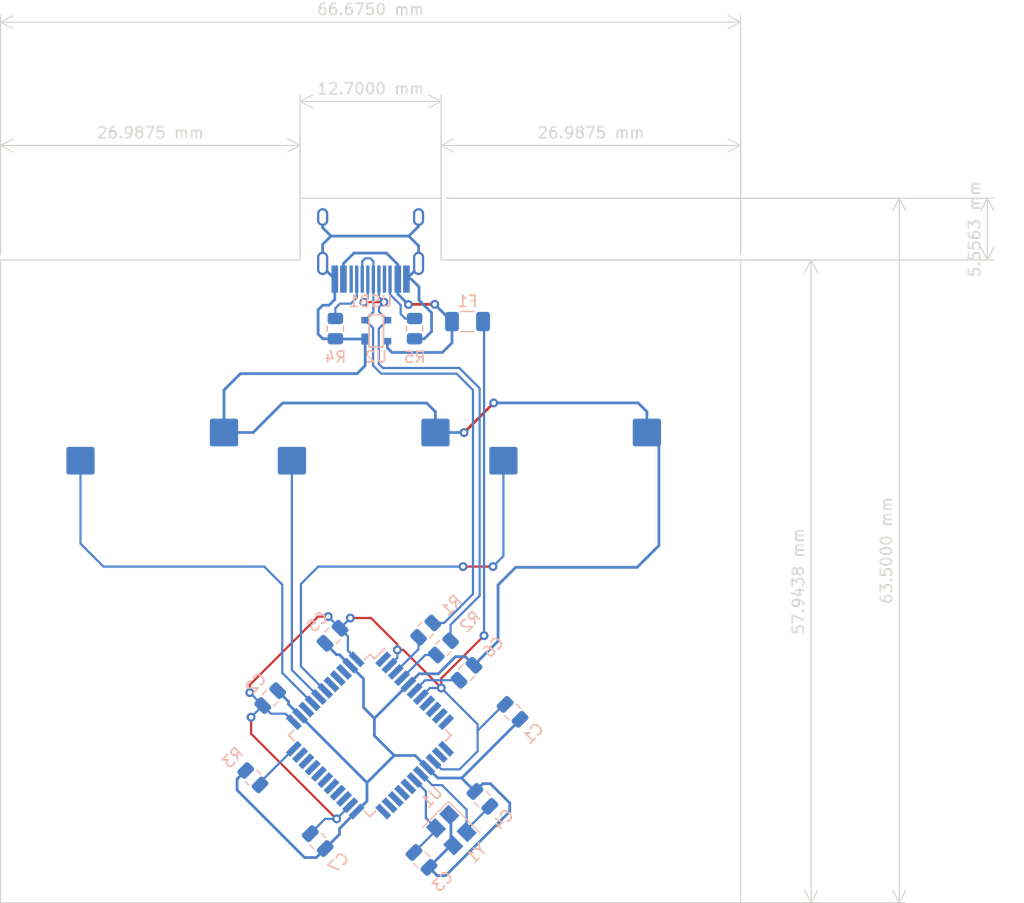
<source format=kicad_pcb>
(kicad_pcb (version 20211014) (generator pcbnew)
  (layers (0 "F.Cu" signal) (31 "B.Cu" signal) (34 "B.Paste" user) (35 "F.Paste" user) (36 "B.SilkS" user "B.Silkscreen") (37 "F.SilkS" user "F.Silkscreen") (38 "B.Mask" user) (39 "F.Mask" user) (44 "Edge.Cuts" user))
  (net 0 "")
  (net 1 "GND")
  (net 2 "+5V")
  (net 3 "Net-(C6-Pad2)")
  (net 5 "VCC")
  (net 6 "COL0")
  (net 7 "COL1")
  (net 8 "COL2")
  (net 9 "D-")
  (net 10 "Net-(R1-Pad2)")
  (net 16 "Net-(R2-Pad1)")
  (net 17 "D+")
  (net 18 "Net-(R3-Pad1)")
  (net 19 "Net-(R5-Pad2)")
  (net 25 "Net-(R4-Pad2)")
  (net 35 "Net-(C3-Pad2)")
  (net 36 "Net-(C4-Pad2)")
  (footprint "MX_Hotswap:MX-Hotswap-1U" (layer "F.Cu") (at 134.9375 80.16875)
    (fp_text reference "SW2")
    (fp_text value "SW_Push")
    (pad "" np_thru_hole circle (at 2.54 -5.08) (size 3 3) (drill 3) (layers F&B.Cu *.Mask))
    (pad "" np_thru_hole circle (at -3.81 -2.54) (size 3 3) (drill 3) (layers F&B.Cu *.Mask))
    (pad "" np_thru_hole circle (at 0 0) (size 3.9878 3.9878) (drill 3.9878) (layers F&B.Cu *.Mask))
    (pad "" np_thru_hole circle (at 5.08 0 48.099) (size 1.7018 1.7018) (drill 1.7018) (layers F&B.Cu *.Mask))
    (pad "" np_thru_hole circle (at -5.08 0 48.099) (size 1.7018 1.7018) (drill 1.7018) (layers F&B.Cu *.Mask))
    (pad "1" smd roundrect (at -7.085 -2.54) (size 2.55 2.5) (layers "B.Cu" "B.Paste" "B.Mask") (roundrect_rratio 0.08) (net 7 "COL1"))
    (pad "2" smd roundrect (at 5.842 -5.08) (size 2.55 2.5) (layers "B.Cu" "B.Paste" "B.Mask") (roundrect_rratio 0.08) (net 1 "GND"))
  )
  (footprint "MX_Hotswap:MX-Hotswap-1U" (layer "F.Cu") (at 115.8875 80.16875)
    (fp_text reference "SW1")
    (fp_text value "SW_Push")
    (pad "" np_thru_hole circle (at -3.81 -2.54) (size 3 3) (drill 3) (layers F&B.Cu *.Mask))
    (pad "" np_thru_hole circle (at 2.54 -5.08) (size 3 3) (drill 3) (layers F&B.Cu *.Mask))
    (pad "" np_thru_hole circle (at 0 0) (size 3.9878 3.9878) (drill 3.9878) (layers F&B.Cu *.Mask))
    (pad "" np_thru_hole circle (at 5.08 0 48.099) (size 1.7018 1.7018) (drill 1.7018) (layers F&B.Cu *.Mask))
    (pad "" np_thru_hole circle (at -5.08 0 48.099) (size 1.7018 1.7018) (drill 1.7018) (layers F&B.Cu *.Mask))
    (pad "1" smd roundrect (at -7.085 -2.54) (size 2.55 2.5) (layers "B.Cu" "B.Paste" "B.Mask") (roundrect_rratio 0.08) (net 6 "COL0"))
    (pad "2" smd roundrect (at 5.842 -5.08) (size 2.55 2.5) (layers "B.Cu" "B.Paste" "B.Mask") (roundrect_rratio 0.08) (net 1 "GND"))
  )
  (footprint "MX_Hotswap:MX-Hotswap-1U" (layer "F.Cu") (at 153.9875 80.16875)
    (fp_text reference "SW3")
    (fp_text value "SW_Push")
    (pad "" np_thru_hole circle (at 2.54 -5.08) (size 3 3) (drill 3) (layers F&B.Cu *.Mask))
    (pad "" np_thru_hole circle (at -5.08 0 48.099) (size 1.7018 1.7018) (drill 1.7018) (layers F&B.Cu *.Mask))
    (pad "" np_thru_hole circle (at 5.08 0 48.099) (size 1.7018 1.7018) (drill 1.7018) (layers F&B.Cu *.Mask))
    (pad "" np_thru_hole circle (at -3.81 -2.54) (size 3 3) (drill 3) (layers F&B.Cu *.Mask))
    (pad "" np_thru_hole circle (at 0 0) (size 3.9878 3.9878) (drill 3.9878) (layers F&B.Cu *.Mask))
    (pad "1" smd roundrect (at -7.085 -2.54) (size 2.55 2.5) (layers "B.Cu" "B.Paste" "B.Mask") (roundrect_rratio 0.08) (net 8 "COL2"))
    (pad "2" smd roundrect (at 5.842 -5.08) (size 2.55 2.5) (layers "B.Cu" "B.Paste" "B.Mask") (roundrect_rratio 0.08) (net 1 "GND"))
  )
  (footprint "Capacitor_SMD:C_0805_2012Metric" (layer "B.Cu") (at 143.576758 96.745508 -135)
    (fp_text reference "C6" (at -3.356106 -0.085018 45) (layer "B.SilkS") (effects (justify mirror)))
    (fp_text value "1uF")
    (fp_line (start -0.261252 -0.735) (end 0.261252 -0.735) (layer "B.SilkS") (width 0.12))
    (fp_line (start -0.261252 0.735) (end 0.261252 0.735) (layer "B.SilkS") (width 0.12))
    (pad "1" smd roundrect (at -0.95 0 225) (size 1 1.45) (layers "B.Cu" "B.Paste" "B.Mask") (net 1 "GND"))
    (pad "2" smd roundrect (at 0.95 0 225) (size 1 1.45) (layers "B.Cu" "B.Paste" "B.Mask") (net 3 "Net-(C6-Pad2)"))
  )
  (footprint "Type-C:HRO-TYPE-C-31-M-12-HandSoldering" (layer "B.Cu") (at 134.9375 53.065)
    (fp_text reference "USB1" (at 0 10.2 180) (layer "B.SilkS") (effects (justify mirror)))
    (fp_text value "HRO-TYPE-C-31-M-12")
    (pad "" np_thru_hole circle locked (at -2.89 6.25) (size 0.65 0.65) (drill 0.65) (layers *.Cu *.Mask))
    (pad "" np_thru_hole circle locked (at 2.89 6.25) (size 0.65 0.65) (drill 0.65) (layers *.Cu *.Mask))
    (pad "1" smd rect locked (at -3.225 8.195) (size 0.6 2.45) (layers "B.Cu" "B.Paste" "B.Mask") (net 1 "GND"))
    (pad "2" smd rect locked (at -2.45 8.195) (size 0.6 2.45) (layers "B.Cu" "B.Paste" "B.Mask") (net 5 "VCC"))
    (pad "3" smd rect locked (at -1.75 8.195) (size 0.3 2.45) (layers "B.Cu" "B.Paste" "B.Mask"))
    (pad "4" smd rect locked (at -1.25 8.195) (size 0.3 2.45) (layers "B.Cu" "B.Paste" "B.Mask") (net 25 "Net-(R4-Pad2)"))
    (pad "5" smd rect locked (at -0.75 8.195) (size 0.3 2.45) (layers "B.Cu" "B.Paste" "B.Mask") (net 9 "D-"))
    (pad "6" smd rect locked (at -0.25 8.195) (size 0.3 2.45) (layers "B.Cu" "B.Paste" "B.Mask") (net 17 "D+"))
    (pad "7" smd rect locked (at 0.25 8.195) (size 0.3 2.45) (layers "B.Cu" "B.Paste" "B.Mask") (net 9 "D-"))
    (pad "8" smd rect locked (at 0.75 8.195) (size 0.3 2.45) (layers "B.Cu" "B.Paste" "B.Mask") (net 17 "D+"))
    (pad "9" smd rect locked (at 1.25 8.195) (size 0.3 2.45) (layers "B.Cu" "B.Paste" "B.Mask"))
    (pad "10" smd rect locked (at 1.75 8.195) (size 0.3 2.45) (layers "B.Cu" "B.Paste" "B.Mask") (net 19 "Net-(R5-Pad2)"))
    (pad "11" smd rect locked (at 2.45 8.195) (size 0.6 2.45) (layers "B.Cu" "B.Paste" "B.Mask") (net 5 "VCC"))
    (pad "12" smd rect locked (at 3.225 8.195) (size 0.6 2.45) (layers "B.Cu" "B.Paste" "B.Mask") (net 1 "GND"))
    (pad "13" thru_hole oval locked (at -4.32 2.6) (size 1 1.6) (drill oval 0.6 1.2) (layers *.Cu "F.Mask") (net 1 "GND"))
    (pad "13" thru_hole oval locked (at -4.32 6.78) (size 1 2.1) (drill oval 0.6 1.7) (layers *.Cu "F.Mask") (net 1 "GND"))
    (pad "13" thru_hole oval locked (at 4.32 6.78) (size 1 2.1) (drill oval 0.6 1.7) (layers *.Cu "F.Mask") (net 1 "GND"))
    (pad "13" thru_hole oval locked (at 4.32 2.6) (size 1 1.6) (drill oval 0.6 1.2) (layers *.Cu "F.Mask") (net 1 "GND"))
  )
  (footprint "random-keyboard-parts:SOT143B" (layer "B.Cu") (at 135.45 65.9125)
    (fp_text reference "U2" (at -0.0175 2.35125) (layer "B.SilkS") (effects (justify mirror)))
    (fp_text value "PRTR5V0U2X")
    (fp_line (start -0.65 1.45) (end -0.65 -1.45) (layer "B.SilkS") (width 0.15))
    (fp_line (start 0.65 1.45) (end -0.65 1.45) (layer "B.SilkS") (width 0.15))
    (fp_line (start -0.65 -1.45) (end 0.65 -1.45) (layer "B.SilkS") (width 0.15))
    (fp_line (start 0.65 1.45) (end 0.65 -1.45) (layer "B.SilkS") (width 0.15))
    (pad "1" smd rect locked (at -1 0.75 90) (size 1 0.7) (layers "B.Cu" "B.Paste" "B.Mask") (net 1 "GND"))
    (pad "2" smd rect locked (at -1 -0.95 90) (size 0.6 0.7) (layers "B.Cu" "B.Paste" "B.Mask") (net 9 "D-"))
    (pad "3" smd rect locked (at 1 -0.95 90) (size 0.6 0.7) (layers "B.Cu" "B.Paste" "B.Mask") (net 17 "D+"))
    (pad "4" smd rect locked (at 1 0.95 90) (size 0.6 0.7) (layers "B.Cu" "B.Paste" "B.Mask") (net 5 "VCC"))
  )
  (footprint "Resistor_SMD:R_0805_2012Metric" (layer "B.Cu") (at 124.331011 106.203287 135)
    (fp_text reference "R3" (at 2.546856 -0.000158 225) (layer "B.SilkS") (effects (justify mirror)))
    (fp_text value "10k")
    (fp_line (start -0.227064 -0.735) (end 0.227064 -0.735) (layer "B.SilkS") (width 0.12))
    (fp_line (start -0.227064 0.735) (end 0.227064 0.735) (layer "B.SilkS") (width 0.12))
    (pad "1" smd roundrect (at -0.9125 0 135) (size 1.025 1.4) (layers "B.Cu" "B.Paste" "B.Mask") (roundrect_rratio 0.243902439) (net 18 "Net-(R3-Pad1)"))
    (pad "2" smd roundrect (at 0.9125 0 135) (size 1.025 1.4) (layers "B.Cu" "B.Paste" "B.Mask") (roundrect_rratio 0.243902439) (net 1 "GND"))
  )
  (footprint "Resistor_SMD:R_0805_2012Metric" (layer "B.Cu") (at 131.7625 65.725 90)
    (fp_text reference "R4" (at -2.5675 0.00125 180) (layer "B.SilkS") (effects (justify mirror)))
    (fp_text value "5.1k")
    (fp_line (start -0.227064 -0.735) (end 0.227064 -0.735) (layer "B.SilkS") (width 0.12))
    (fp_line (start -0.227064 0.735) (end 0.227064 0.735) (layer "B.SilkS") (width 0.12))
    (pad "1" smd roundrect (at -0.9125 0 90) (size 1.025 1.4) (layers "B.Cu" "B.Paste" "B.Mask") (roundrect_rratio 0.243902439) (net 1 "GND"))
    (pad "2" smd roundrect (at 0.9125 0 90) (size 1.025 1.4) (layers "B.Cu" "B.Paste" "B.Mask") (roundrect_rratio 0.243902439) (net 25 "Net-(R4-Pad2)"))
  )
  (footprint "Fuse:Fuse_1206_3216Metric" (layer "B.Cu") (at 143.66875 65.0875 180)
    (fp_text reference "F1" (at 0 1.82) (layer "B.SilkS") (effects (justify mirror)))
    (fp_text value "500mA")
    (fp_line (start -0.602064 -0.91) (end 0.602064 -0.91) (layer "B.SilkS") (width 0.12))
    (fp_line (start -0.602064 0.91) (end 0.602064 0.91) (layer "B.SilkS") (width 0.12))
    (pad "1" smd roundrect (at -1.4 0 180) (size 1.25 1.75) (layers "B.Cu" "B.Paste" "B.Mask") (roundrect_rratio 0.2) (net 2 "+5V"))
    (pad "2" smd roundrect (at 1.4 0 180) (size 1.25 1.75) (layers "B.Cu" "B.Paste" "B.Mask") (roundrect_rratio 0.2) (net 5 "VCC"))
  )
  (footprint "Capacitor_SMD:C_0805_2012Metric" (layer "B.Cu") (at 139.520549 113.61465 135)
    (fp_text reference "C3" (at -2.727524 -0.01301 225) (layer "B.SilkS") (effects (justify mirror)))
    (fp_text value "22pF")
    (fp_line (start -0.261252 0.735) (end 0.261252 0.735) (layer "B.SilkS") (width 0.12))
    (fp_line (start -0.261252 -0.735) (end 0.261252 -0.735) (layer "B.SilkS") (width 0.12))
    (pad "1" smd roundrect (at -0.95 0 135) (size 1 1.45) (layers "B.Cu" "B.Paste" "B.Mask") (net 1 "GND"))
    (pad "2" smd roundrect (at 0.95 0 135) (size 1 1.45) (layers "B.Cu" "B.Paste" "B.Mask") (net 35 "Net-(C3-Pad2)"))
  )
  (footprint "Resistor_SMD:R_0805_2012Metric" (layer "B.Cu") (at 138.90625 65.725 90)
    (fp_text reference "R5" (at -2.5775 0.01375 180) (layer "B.SilkS") (effects (justify mirror)))
    (fp_text value "5.1k")
    (fp_line (start -0.227064 0.735) (end 0.227064 0.735) (layer "B.SilkS") (width 0.12))
    (fp_line (start -0.227064 -0.735) (end 0.227064 -0.735) (layer "B.SilkS") (width 0.12))
    (pad "1" smd roundrect (at -0.9125 0 90) (size 1.025 1.4) (layers "B.Cu" "B.Paste" "B.Mask") (roundrect_rratio 0.243902439) (net 1 "GND"))
    (pad "2" smd roundrect (at 0.9125 0 90) (size 1.025 1.4) (layers "B.Cu" "B.Paste" "B.Mask") (roundrect_rratio 0.243902439) (net 19 "Net-(R5-Pad2)"))
  )
  (footprint "Resistor_SMD:R_0805_2012Metric" (layer "B.Cu") (at 141.5 94.5 45)
    (fp_text reference "R2" (at 3.38439 0.041543 45) (layer "B.SilkS") (effects (justify mirror)))
    (fp_text value "22")
    (fp_line (start -0.227064 -0.735) (end 0.227064 -0.735) (layer "B.SilkS") (width 0.12))
    (fp_line (start -0.227064 0.735) (end 0.227064 0.735) (layer "B.SilkS") (width 0.12))
    (pad "1" smd roundrect (at -0.9125 0 45) (size 1.025 1.4) (layers "B.Cu" "B.Paste" "B.Mask") (roundrect_rratio 0.243902439) (net 16 "Net-(R2-Pad1)"))
    (pad "2" smd roundrect (at 0.9125 0 45) (size 1.025 1.4) (layers "B.Cu" "B.Paste" "B.Mask") (roundrect_rratio 0.243902439) (net 17 "D+"))
  )
  (footprint "Package_QFP:TQFP-44_10x10mm_P0.8mm" (layer "B.Cu") (at 134.875741 102.39375 -135)
    (fp_text reference "U1" (at -0.010967 -7.872226 -135) (layer "B.SilkS") (effects (justify mirror)))
    (fp_text value "ATmega32U4-A")
    (fp_line (start -5.175 5.175) (end -4.5 5.175) (layer "B.SilkS") (width 0.15))
    (fp_line (start -5.175 -5.175) (end -5.175 -4.5) (layer "B.SilkS") (width 0.15))
    (fp_line (start -5.175 4.6) (end -6.45 4.6) (layer "B.SilkS") (width 0.15))
    (fp_line (start -5.175 -5.175) (end -4.5 -5.175) (layer "B.SilkS") (width 0.15))
    (fp_line (start 5.175 5.175) (end 4.5 5.175) (layer "B.SilkS") (width 0.15))
    (fp_line (start 5.175 -5.175) (end 5.175 -4.5) (layer "B.SilkS") (width 0.15))
    (fp_line (start 5.175 -5.175) (end 4.5 -5.175) (layer "B.SilkS") (width 0.15))
    (fp_line (start -5.175 5.175) (end -5.175 4.6) (layer "B.SilkS") (width 0.15))
    (fp_line (start 5.175 5.175) (end 5.175 4.5) (layer "B.SilkS") (width 0.15))
    (pad "1" smd rect (at -5.7 4 225) (size 1.5 0.55) (layers "B.Cu" "B.Paste" "B.Mask"))
    (pad "2" smd rect (at -5.7 3.2 225) (size 1.5 0.55) (layers "B.Cu" "B.Paste" "B.Mask") (net 2 "+5V"))
    (pad "3" smd rect (at -5.7 2.4 225) (size 1.5 0.55) (layers "B.Cu" "B.Paste" "B.Mask") (net 10 "Net-(R1-Pad2)"))
    (pad "4" smd rect (at -5.7 1.6 225) (size 1.5 0.55) (layers "B.Cu" "B.Paste" "B.Mask") (net 16 "Net-(R2-Pad1)"))
    (pad "5" smd rect (at -5.7 0.8 225) (size 1.5 0.55) (layers "B.Cu" "B.Paste" "B.Mask") (net 1 "GND"))
    (pad "6" smd rect (at -5.7 0 225) (size 1.5 0.55) (layers "B.Cu" "B.Paste" "B.Mask") (net 3 "Net-(C6-Pad2)"))
    (pad "7" smd rect (at -5.7 -0.8 225) (size 1.5 0.55) (layers "B.Cu" "B.Paste" "B.Mask") (net 2 "+5V"))
    (pad "8" smd rect (at -5.7 -1.6 225) (size 1.5 0.55) (layers "B.Cu" "B.Paste" "B.Mask"))
    (pad "9" smd rect (at -5.7 -2.4 225) (size 1.5 0.55) (layers "B.Cu" "B.Paste" "B.Mask"))
    (pad "10" smd rect (at -5.7 -3.2 225) (size 1.5 0.55) (layers "B.Cu" "B.Paste" "B.Mask"))
    (pad "11" smd rect (at -5.7 -4 225) (size 1.5 0.55) (layers "B.Cu" "B.Paste" "B.Mask"))
    (pad "12" smd rect (at -4 -5.7 135) (size 1.5 0.55) (layers "B.Cu" "B.Paste" "B.Mask"))
    (pad "13" smd rect (at -3.2 -5.7 135) (size 1.5 0.55) (layers "B.Cu" "B.Paste" "B.Mask"))
    (pad "14" smd rect (at -2.4 -5.7 135) (size 1.5 0.55) (layers "B.Cu" "B.Paste" "B.Mask") (net 2 "+5V"))
    (pad "15" smd rect (at -1.6 -5.7 135) (size 1.5 0.55) (layers "B.Cu" "B.Paste" "B.Mask") (net 1 "GND"))
    (pad "16" smd rect (at -0.8 -5.7 135) (size 1.5 0.55) (layers "B.Cu" "B.Paste" "B.Mask") (net 36 "Net-(C4-Pad2)"))
    (pad "17" smd rect (at 0 -5.7 135) (size 1.5 0.55) (layers "B.Cu" "B.Paste" "B.Mask") (net 35 "Net-(C3-Pad2)"))
    (pad "18" smd rect (at 0.8 -5.7 135) (size 1.5 0.55) (layers "B.Cu" "B.Paste" "B.Mask"))
    (pad "19" smd rect (at 1.6 -5.7 135) (size 1.5 0.55) (layers "B.Cu" "B.Paste" "B.Mask"))
    (pad "20" smd rect (at 2.4 -5.7 135) (size 1.5 0.55) (layers "B.Cu" "B.Paste" "B.Mask"))
    (pad "21" smd rect (at 3.2 -5.7 135) (size 1.5 0.55) (layers "B.Cu" "B.Paste" "B.Mask"))
    (pad "22" smd rect (at 4 -5.7 135) (size 1.5 0.55) (layers "B.Cu" "B.Paste" "B.Mask"))
    (pad "23" smd rect (at 5.7 -4 225) (size 1.5 0.55) (layers "B.Cu" "B.Paste" "B.Mask") (net 1 "GND"))
    (pad "24" smd rect (at 5.7 -3.2 225) (size 1.5 0.55) (layers "B.Cu" "B.Paste" "B.Mask") (net 2 "+5V"))
    (pad "25" smd rect (at 5.7 -2.4 225) (size 1.5 0.55) (layers "B.Cu" "B.Paste" "B.Mask"))
    (pad "26" smd rect (at 5.7 -1.6 225) (size 1.5 0.55) (layers "B.Cu" "B.Paste" "B.Mask"))
    (pad "27" smd rect (at 5.7 -0.8 225) (size 1.5 0.55) (layers "B.Cu" "B.Paste" "B.Mask"))
    (pad "28" smd rect (at 5.7 0 225) (size 1.5 0.55) (layers "B.Cu" "B.Paste" "B.Mask"))
    (pad "29" smd rect (at 5.7 0.8 225) (size 1.5 0.55) (layers "B.Cu" "B.Paste" "B.Mask"))
    (pad "30" smd rect (at 5.7 1.6 225) (size 1.5 0.55) (layers "B.Cu" "B.Paste" "B.Mask"))
    (pad "31" smd rect (at 5.7 2.4 225) (size 1.5 0.55) (layers "B.Cu" "B.Paste" "B.Mask"))
    (pad "32" smd rect (at 5.7 3.2 225) (size 1.5 0.55) (layers "B.Cu" "B.Paste" "B.Mask"))
    (pad "33" smd rect (at 5.7 4 225) (size 1.5 0.55) (layers "B.Cu" "B.Paste" "B.Mask") (net 18 "Net-(R3-Pad1)"))
    (pad "34" smd rect (at 4 5.7 135) (size 1.5 0.55) (layers "B.Cu" "B.Paste" "B.Mask") (net 2 "+5V"))
    (pad "35" smd rect (at 3.2 5.7 135) (size 1.5 0.55) (layers "B.Cu" "B.Paste" "B.Mask") (net 1 "GND"))
    (pad "36" smd rect (at 2.4 5.7 135) (size 1.5 0.55) (layers "B.Cu" "B.Paste" "B.Mask"))
    (pad "37" smd rect (at 1.6 5.7 135) (size 1.5 0.55) (layers "B.Cu" "B.Paste" "B.Mask") (net 6 "COL0"))
    (pad "38" smd rect (at 0.8 5.7 135) (size 1.5 0.55) (layers "B.Cu" "B.Paste" "B.Mask") (net 7 "COL1"))
    (pad "39" smd rect (at 0 5.7 135) (size 1.5 0.55) (layers "B.Cu" "B.Paste" "B.Mask") (net 8 "COL2"))
    (pad "40" smd rect (at -0.8 5.7 135) (size 1.5 0.55) (layers "B.Cu" "B.Paste" "B.Mask"))
    (pad "41" smd rect (at -1.6 5.7 135) (size 1.5 0.55) (layers "B.Cu" "B.Paste" "B.Mask"))
    (pad "42" smd rect (at -2.4 5.7 135) (size 1.5 0.55) (layers "B.Cu" "B.Paste" "B.Mask"))
    (pad "43" smd rect (at -3.2 5.7 135) (size 1.5 0.55) (layers "B.Cu" "B.Paste" "B.Mask") (net 1 "GND"))
    (pad "44" smd rect (at -4 5.7 135) (size 1.5 0.55) (layers "B.Cu" "B.Paste" "B.Mask") (net 2 "+5V"))
  )
  (footprint "Resistor_SMD:R_0805_2012Metric" (layer "B.Cu") (at 139.9 92.9 -135)
    (fp_text reference "R1" (at -3.221755 -0.063152 45) (layer "B.SilkS") (effects (justify mirror)))
    (fp_text value "22")
    (fp_line (start -0.227064 -0.735) (end 0.227064 -0.735) (layer "B.SilkS") (width 0.12))
    (fp_line (start -0.227064 0.735) (end 0.227064 0.735) (layer "B.SilkS") (width 0.12))
    (pad "1" smd roundrect (at -0.9125 0 225) (size 1.025 1.4) (layers "B.Cu" "B.Paste" "B.Mask") (roundrect_rratio 0.243902439) (net 9 "D-"))
    (pad "2" smd roundrect (at 0.9125 0 225) (size 1.025 1.4) (layers "B.Cu" "B.Paste" "B.Mask") (roundrect_rratio 0.243902439) (net 10 "Net-(R1-Pad2)"))
  )
  (footprint "Capacitor_SMD:C_0805_2012Metric" (layer "B.Cu") (at 125.891066 99.030573 45)
    (fp_text reference "C2" (at 0.047381 -1.859082 45) (layer "B.SilkS") (effects (justify mirror)))
    (fp_text value "0.1uF")
    (fp_line (start -0.261252 -0.735) (end 0.261252 -0.735) (layer "B.SilkS") (width 0.12))
    (fp_line (start -0.261252 0.735) (end 0.261252 0.735) (layer "B.SilkS") (width 0.12))
    (pad "1" smd roundrect (at -0.95 0 45) (size 1 1.45) (layers "B.Cu" "B.Paste" "B.Mask") (net 2 "+5V"))
    (pad "2" smd roundrect (at 0.95 0 45) (size 1 1.45) (layers "B.Cu" "B.Paste" "B.Mask") (net 1 "GND"))
  )
  (footprint "Capacitor_SMD:C_0805_2012Metric" (layer "B.Cu") (at 130.175 111.91875 -45)
    (fp_text reference "C7" (at 2.721477 0.055685 -135) (layer "B.SilkS") (effects (justify mirror)))
    (fp_text value "10uF")
    (fp_line (start -0.261252 -0.735) (end 0.261252 -0.735) (layer "B.SilkS") (width 0.12))
    (fp_line (start -0.261252 0.735) (end 0.261252 0.735) (layer "B.SilkS") (width 0.12))
    (pad "1" smd roundrect (at -0.95 0 315) (size 1 1.45) (layers "B.Cu" "B.Paste" "B.Mask") (net 2 "+5V"))
    (pad "2" smd roundrect (at 0.95 0 315) (size 1 1.45) (layers "B.Cu" "B.Paste" "B.Mask") (net 1 "GND"))
  )
  (footprint "Capacitor_SMD:C_0805_2012Metric" (layer "B.Cu") (at 131.508145 93.413494 -135)
    (fp_text reference "C5" (at 0.054554 1.852011 45) (layer "B.SilkS") (effects (justify mirror)))
    (fp_text value "0.1uF")
    (fp_line (start -0.261252 0.735) (end 0.261252 0.735) (layer "B.SilkS") (width 0.12))
    (fp_line (start -0.261252 -0.735) (end 0.261252 -0.735) (layer "B.SilkS") (width 0.12))
    (pad "1" smd roundrect (at -0.95 0 225) (size 1 1.45) (layers "B.Cu" "B.Paste" "B.Mask") (net 2 "+5V"))
    (pad "2" smd roundrect (at 0.95 0 225) (size 1 1.45) (layers "B.Cu" "B.Paste" "B.Mask") (net 1 "GND"))
  )
  (footprint "Capacitor_SMD:C_0805_2012Metric" (layer "B.Cu") (at 145.009465 108.116895 -45)
    (fp_text reference "C4" (at 2.64185 -0.017628 45) (layer "B.SilkS") (effects (justify mirror)))
    (fp_text value "22pF")
    (fp_line (start -0.261252 0.735) (end 0.261252 0.735) (layer "B.SilkS") (width 0.12))
    (fp_line (start -0.261252 -0.735) (end 0.261252 -0.735) (layer "B.SilkS") (width 0.12))
    (pad "1" smd roundrect (at -0.95 0 315) (size 1 1.45) (layers "B.Cu" "B.Paste" "B.Mask") (net 1 "GND"))
    (pad "2" smd roundrect (at 0.95 0 315) (size 1 1.45) (layers "B.Cu" "B.Paste" "B.Mask") (net 36 "Net-(C4-Pad2)"))
  )
  (footprint "Crystal:Crystal_SMD_3225-4Pin_3.2x2.5mm" (layer "B.Cu") (at 142.207555 110.927645 -45)
    (fp_text reference "Y1" (at 3.095219 -0.118504 45) (layer "B.SilkS") (effects (justify mirror)))
    (fp_text value "16Mhz")
    (fp_line (start -2 1.65) (end -2 -1.65) (layer "B.SilkS") (width 0.12))
    (fp_line (start -2 -1.65) (end 2 -1.65) (layer "B.SilkS") (width 0.12))
    (pad "1" smd rect (at -1.1 -0.85 315) (size 1.4 1.2) (layers "B.Cu" "B.Paste" "B.Mask") (net 1 "GND"))
    (pad "2" smd rect (at 1.1 -0.85 315) (size 1.4 1.2) (layers "B.Cu" "B.Paste" "B.Mask") (net 36 "Net-(C4-Pad2)"))
    (pad "3" smd rect (at 1.1 0.85 315) (size 1.4 1.2) (layers "B.Cu" "B.Paste" "B.Mask") (net 1 "GND"))
    (pad "4" smd rect (at -1.1 0.85 315) (size 1.4 1.2) (layers "B.Cu" "B.Paste" "B.Mask") (net 35 "Net-(C3-Pad2)"))
  )
  (footprint "Capacitor_SMD:C_0805_2012Metric" (layer "B.Cu") (at 147.73 100.27 -45)
    (fp_text reference "C1" (at 2.671804 0.044194 45) (layer "B.SilkS") (effects (justify mirror)))
    (fp_text value "0.1uF")
    (fp_line (start -0.261252 0.735) (end 0.261252 0.735) (layer "B.SilkS") (width 0.12))
    (fp_line (start -0.261252 -0.735) (end 0.261252 -0.735) (layer "B.SilkS") (width 0.12))
    (pad "1" smd roundrect (at -0.95 0 315) (size 1 1.45) (layers "B.Cu" "B.Paste" "B.Mask") (net 2 "+5V"))
    (pad "2" smd roundrect (at 0.95 0 315) (size 1 1.45) (layers "B.Cu" "B.Paste" "B.Mask") (net 1 "GND"))
  )
  (gr_line (start 101.6 59.53125) (end 101.6 117.475) (layer "Edge.Cuts") (width 0.1))
  (gr_line (start 101.6 117.475) (end 168.275 117.475) (layer "Edge.Cuts") (width 0.1))
  (gr_line (start 101.6 59.53125) (end 128.5875 59.53125) (layer "Edge.Cuts") (width 0.1))
  (gr_line (start 128.5875 59.53125) (end 128.5875 53.975) (layer "Edge.Cuts") (width 0.1))
  (gr_line (start 168.275 59.53125) (end 141.2875 59.53125) (layer "Edge.Cuts") (width 0.1))
  (gr_line (start 168.275 59.53125) (end 168.275 117.475) (layer "Edge.Cuts") (width 0.1))
  (gr_line (start 141.2875 53.975) (end 128.5875 53.975) (layer "Edge.Cuts") (width 0.1))
  (gr_line (start 141.2875 59.53125) (end 141.2875 53.975) (layer "Edge.Cuts") (width 0.1))
  (dimension (type aligned) (layer "Edge.Cuts") (pts (xy 128.5875 59.53125) (xy 101.6 59.53125)) (height 10.31875) (gr_text "26.9875 mm" (at 115.09375 48.0625) (layer "Edge.Cuts") (effects (font (size 1 1) (thickness 0.15)))) (format (units 3) (units_format 1) (precision 4)) (style (thickness 0.1) (arrow_length 1.27) (text_position_mode 0) (extension_height 0.58642) (extension_offset 0.5) keep_text_aligned))
  (dimension (type aligned) (layer "Edge.Cuts") (pts (xy 101.6 59.53125) (xy 168.275 59.53125)) (height -21.43125) (gr_text "66.6750 mm" (at 134.9375 36.95) (layer "Edge.Cuts") (effects (font (size 1 1) (thickness 0.15)))) (format (units 3) (units_format 1) (precision 4)) (style (thickness 0.1) (arrow_length 1.27) (text_position_mode 0) (extension_height 0.58642) (extension_offset 0.5) keep_text_aligned))
  (dimension (type aligned) (layer "Edge.Cuts") (pts (xy 168.275 59.53125) (xy 168.275 117.475)) (height -6.35) (gr_text "57.9438 mm" (at 173.475 88.503125 90) (layer "Edge.Cuts") (effects (font (size 1 1) (thickness 0.15)))) (format (units 3) (units_format 1) (precision 4)) (style (thickness 0.1) (arrow_length 1.27) (text_position_mode 0) (extension_height 0.58642) (extension_offset 0.5) keep_text_aligned))
  (dimension (type aligned) (layer "Edge.Cuts") (pts (xy 141.2875 53.975) (xy 141.2875 59.53125)) (height -49.2125) (gr_text "5.5563 mm" (at 189.35 56.753125 90) (layer "Edge.Cuts") (effects (font (size 1 1) (thickness 0.15)))) (format (units 3) (units_format 1) (precision 4)) (style (thickness 0.1) (arrow_length 1.27) (text_position_mode 0) (extension_height 0.58642) (extension_offset 0.5) keep_text_aligned))
  (dimension (type aligned) (layer "Edge.Cuts") (pts (xy 168.275 59.53125) (xy 141.2875 59.53125)) (height 10.31875) (gr_text "26.9875 mm" (at 154.78125 48.0625) (layer "Edge.Cuts") (effects (font (size 1 1) (thickness 0.15)))) (format (units 3) (units_format 1) (precision 4)) (style (thickness 0.1) (arrow_length 1.27) (text_position_mode 0) (extension_height 0.58642) (extension_offset 0.5) keep_text_aligned))
  (dimension (type aligned) (layer "Edge.Cuts") (pts (xy 141.2875 53.975) (xy 141.2875 117.475)) (height -41.275) (gr_text "63.5000 mm" (at 181.4125 85.725 90) (layer "Edge.Cuts") (effects (font (size 1 1) (thickness 0.15)))) (format (units 3) (units_format 1) (precision 4)) (style (thickness 0.1) (arrow_length 1.27) (text_position_mode 0) (extension_height 0.58642) (extension_offset 0.5) keep_text_aligned))
  (dimension (type aligned) (layer "Edge.Cuts") (pts (xy 128.5875 53.975) (xy 141.2875 53.975)) (height -8.73125) (gr_text "12.7000 mm" (at 134.9375 44.09375) (layer "Edge.Cuts") (effects (font (size 1 1) (thickness 0.15)))) (format (units 3) (units_format 1) (precision 4)) (style (thickness 0.1) (arrow_length 1.27) (text_position_mode 0) (extension_height 0.58642) (extension_offset 0.5) keep_text_aligned))
  (segment (start 146.03 72.4225) (end 143.36 75.0925) (width 0.25) (layer "F.Cu") (net 1))
  (via (at 143.36 75.0925) (size 0.8) (drill 0.4) (layers "F.Cu" "B.Cu") (net 1))
  (via (at 146.03 72.4225) (size 0.8) (drill 0.4) (layers "F.Cu" "B.Cu") (net 1))
  (segment (start 127.54 99.583492) (end 128.582491 100.625983) (width 0.25) (layer "B.Cu") (net 1))
  (segment (start 130.846751 112.590501) (end 132.14 111.297252) (width 0.25) (layer "B.Cu") (net 1))
  (segment (start 131.2 63.6125) (end 130.63 63.6125) (width 0.25) (layer "B.Cu") (net 1))
  (segment (start 135.28 102.421508) (end 135.28 100.8525) (width 0.25) (layer "B.Cu") (net 1))
  (segment (start 130.836394 94.085245) (end 131.863649 95.1125) (width 0.25) (layer "B.Cu") (net 1))
  (segment (start 126.562817 98.358822) (end 127.54 99.336005) (width 0.25) (layer "B.Cu") (net 1))
  (segment (start 143.36 75.0925) (end 143.35625 75.08875) (width 0.25) (layer "B.Cu") (net 1))
  (segment (start 130.037252 113.4) (end 128.9875 113.4) (width 0.25) (layer "B.Cu") (net 1))
  (segment (start 138.1625 60.94) (end 138.1625 61.26) (width 0.25) (layer "B.Cu") (net 1))
  (segment (start 141.691367 115.035935) (end 140.941834 115.035935) (width 0.25) (layer "B.Cu") (net 1))
  (segment (start 147.4755 109.251802) (end 141.691367 115.035935) (width 0.25) (layer "B.Cu") (net 1))
  (segment (start 130.6175 59.845) (end 130.6175 60.165) (width 0.25) (layer "B.Cu") (net 1))
  (segment (start 127.54 99.336005) (end 127.54 99.583492) (width 0.25) (layer "B.Cu") (net 1))
  (segment (start 141.0425 96.8375) (end 142.5875 95.2925) (width 0.25) (layer "B.Cu") (net 1))
  (segment (start 148.401751 100.980749) (end 148.401751 100.941751) (width 0.25) (layer "B.Cu") (net 1))
  (segment (start 130.846751 112.590501) (end 130.037252 113.4) (width 0.25) (layer "B.Cu") (net 1))
  (segment (start 121.7295 71.263) (end 121.7295 75.08875) (width 0.25) (layer "B.Cu") (net 1))
  (segment (start 144.248509 96.063991) (end 146.42 93.8925) (width 0.25) (layer "B.Cu") (net 1))
  (segment (start 124.34625 75.08875) (end 124.35 75.0925) (width 0.25) (layer "B.Cu") (net 1))
  (segment (start 132.14 111.297252) (end 132.14 110.786345) (width 0.25) (layer "B.Cu") (net 1))
  (segment (start 145.728947 106.741572) (end 147.4755 108.488126) (width 0.25) (layer "B.Cu") (net 1))
  (segment (start 139.775 66.6375) (end 138.90625 66.6375) (width 0.25) (layer "B.Cu") (net 1))
  (segment (start 135.28 100.8525) (end 134.3 99.8725) (width 0.25) (layer "B.Cu") (net 1))
  (segment (start 140.77325 73.21575) (end 140.77325 75.08875) (width 0.25) (layer "B.Cu") (net 1))
  (segment (start 142.384331 112.306503) (end 142.172199 112.094371) (width 0.25) (layer "B.Cu") (net 1))
  (segment (start 132.119974 95.1125) (end 133.107974 96.1005) (width 0.25) (layer "B.Cu") (net 1))
  (segment (start 130.21 64.0325) (end 130.21 66.2125) (width 0.25) (layer "B.Cu") (net 1))
  (segment (start 142.172199 112.306503) (end 142.384331 112.306503) (width 0.25) (layer "B.Cu") (net 1))
  (segment (start 134.45 69.0525) (end 133.72 69.7825) (width 0.25) (layer "B.Cu") (net 1))
  (segment (start 138.947233 104.2025) (end 140.037621 105.292888) (width 0.25) (layer "B.Cu") (net 1))
  (segment (start 143.15 106.2325) (end 148.401751 100.980749) (width 0.25) (layer "B.Cu") (net 1))
  (segment (start 122.91 107.3225) (end 122.91 106.333828) (width 0.25) (layer "B.Cu") (net 1))
  (segment (start 145.041285 106.741572) (end 145.728947 106.741572) (width 0.25) (layer "B.Cu") (net 1))
  (segment (start 139.30062 96.8375) (end 141.0425 96.8375) (width 0.25) (layer "B.Cu") (net 1))
  (segment (start 133.72 69.7825) (end 123.21 69.7825) (width 0.25) (layer "B.Cu") (net 1))
  (segment (start 142.030778 109.548786) (end 142.234071 109.548786) (width 0.25) (layer "B.Cu") (net 1))
  (segment (start 147.4755 108.488126) (end 147.4755 109.251802) (width 0.25) (layer "B.Cu") (net 1))
  (segment (start 134.45 66.6625) (end 134.45 69.0525) (width 0.25) (layer "B.Cu") (net 1))
  (segment (start 134.61 106.653492) (end 134.61 108.316345) (width 0.25) (layer "B.Cu") (net 1))
  (segment (start 160.91 76.16925) (end 159.8295 75.08875) (width 0.25) (layer "B.Cu") (net 1))
  (segment (start 137.060992 104.2025) (end 138.947233 104.2025) (width 0.25) (layer "B.Cu") (net 1))
  (segment (start 131.7625 66.6375) (end 131.7875 66.6625) (width 0.25) (layer "B.Cu") (net 1))
  (segment (start 130.6175 56.63) (end 131.37 57.3825) (width 0.25) (layer "B.Cu") (net 1))
  (segment (start 142.5875 95.2925) (end 143.467253 95.2925) (width 0.25) (layer "B.Cu") (net 1))
  (segment (start 134.3 97.292526) (end 133.107974 96.1005) (width 0.25) (layer "B.Cu") (net 1))
  (segment (start 158.95 87.2425) (end 160.91 85.2825) (width 0.25) (layer "B.Cu") (net 1))
  (segment (start 140.050388 105.292888) (end 140.99 106.2325) (width 0.25) (layer "B.Cu") (net 1))
  (segment (start 130.6175 58.135) (end 130.6175 59.845) (width 0.25) (layer "B.Cu") (net 1))
  (segment (start 142.172199 109.690208) (end 142.030778 109.548786) (width 0.25) (layer "B.Cu") (net 1))
  (segment (start 130.63 63.6125) (end 130.21 64.0325) (width 0.25) (layer "B.Cu") (net 1))
  (segment (start 134.3 99.8725) (end 134.3 97.292526) (width 0.25) (layer "B.Cu") (net 1))
  (segment (start 132.14 110.786345) (end 133.673659 109.252686) (width 0.25) (layer "B.Cu") (net 1))
  (segment (start 139.2575 58.26) (end 138.38 57.3825) (width 0.25) (layer "B.Cu") (net 1))
  (segment (start 146.42 88.8325) (end 148.01 87.2425) (width 0.25) (layer "B.Cu") (net 1))
  (segment (start 160.91 85.2825) (end 160.91 76.16925) (width 0.25) (layer "B.Cu") (net 1))
  (segment (start 139.2575 59.845) (end 139.2575 58.26) (width 0.25) (layer "B.Cu") (net 1))
  (segment (start 139.2575 60.165) (end 138.1625 61.26) (width 0.25) (layer "B.Cu") (net 1))
  (segment (start 131.863649 95.1125) (end 132.119974 95.1125) (width 0.25) (layer "B.Cu") (net 1))
  (segment (start 128.582491 100.625983) (end 134.61 106.653492) (width 0.25) (layer "B.Cu") (net 1))
  (segment (start 144.337714 107.445144) (end 145.041285 106.741572) (width 0.25) (layer "B.Cu") (net 1))
  (segment (start 146.42 93.8925) (end 146.42 88.8325) (width 0.25) (layer "B.Cu") (net 1))
  (segment (start 139.3 61.9625) (end 139.3 63.1625) (width 0.25) (layer "B.Cu") (net 1))
  (segment (start 140.43 65.9825) (end 139.775 66.6375) (width 0.25) (layer "B.Cu") (net 1))
  (segment (start 138.1625 61.26) (end 138.5975 61.26) (width 0.25) (layer "B.Cu") (net 1))
  (segment (start 122.91 106.333828) (end 123.685776 105.558052) (width 0.25) (layer "B.Cu") (net 1))
  (segment (start 140.037621 105.292888) (end 140.050388 105.292888) (width 0.25) (layer "B.Cu") (net 1))
  (segment (start 143.35625 75.08875) (end 140.77325 75.08875) (width 0.25) (layer "B.Cu") (net 1))
  (segment (start 131.7125 63.1) (end 131.2 63.6125) (width 0.25) (layer "B.Cu") (net 1))
  (segment (start 137.060992 104.2025) (end 135.28 102.421508) (width 0.25) (layer "B.Cu") (net 1))
  (segment (start 130.6175 55.665) (end 130.6175 56.63) (width 0.25) (layer "B.Cu") (net 1))
  (segment (start 138.340564 97.797556) (end 139.30062 96.8375) (width 0.25) (layer "B.Cu") (net 1))
  (segment (start 130.6175 60.165) (end 131.7125 61.26) (width 0.25) (layer "B.Cu") (net 1))
  (segment (start 134.61 106.653492) (end 137.060992 104.2025) (width 0.25) (layer "B.Cu") (net 1))
  (segment (start 140.941834 115.035935) (end 140.1923 114.286402) (width 0.25) (layer "B.Cu") (net 1))
  (segment (start 138.5975 61.26) (end 139.3 61.9625) (width 0.25) (layer "B.Cu") (net 1))
  (segment (start 140.43 64.2925) (end 140.43 65.9825) (width 0.25) (layer "B.Cu") (net 1))
  (segment (start 131.7875 66.6625) (end 134.45 66.6625) (width 0.25) (layer "B.Cu") (net 1))
  (segment (start 146.03 72.4225) (end 159.04 72.4225) (width 0.25) (layer "B.Cu") (net 1))
  (segment (start 139.2575 56.505) (end 138.38 57.3825) (width 0.25) (layer "B.Cu") (net 1))
  (segment (start 139.2575 55.665) (end 139.2575 56.505) (width 0.25) (layer "B.Cu") (net 1))
  (segment (start 159.8295 73.212) (end 159.8295 75.08875) (width 0.25) (layer "B.Cu") (net 1))
  (segment (start 127.01 72.4325) (end 139.99 72.4325) (width 0.25) (layer "B.Cu") (net 1))
  (segment (start 123.21 69.7825) (end 121.7295 71.263) (width 0.25) (layer "B.Cu") (net 1))
  (segment (start 159.04 72.4225) (end 159.8295 73.212) (width 0.25) (layer "B.Cu") (net 1))
  (segment (start 138.38 57.3825) (end 131.37 57.3825) (width 0.25) (layer "B.Cu") (net 1))
  (segment (start 139.2575 58.81) (end 139.2575 59.845) (width 0.25) (layer "B.Cu") (net 1))
  (segment (start 142.172199 112.094371) (end 142.172199 109.690208) (width 0.25) (layer "B.Cu") (net 1))
  (segment (start 134.61 108.316345) (end 133.673659 109.252686) (width 0.25) (layer "B.Cu") (net 1))
  (segment (start 143.467253 95.2925) (end 144.248509 96.073756) (width 0.25) (layer "B.Cu") (net 1))
  (segment (start 128.9875 113.4) (end 122.91 107.3225) (width 0.25) (layer "B.Cu") (net 1))
  (segment (start 140.99 106.2325) (end 143.12507 106.2325) (width 0.25) (layer "B.Cu") (net 1))
  (segment (start 139.99 72.4325) (end 140.77325 73.21575) (width 0.25) (layer "B.Cu") (net 1))
  (segment (start 127.01 72.4325) (end 124.35 75.0925) (width 0.25) (layer "B.Cu") (net 1))
  (segment (start 131.37 57.3825) (end 130.6175 58.135) (width 0.25) (layer "B.Cu") (net 1))
  (segment (start 138.334944 97.797556) (end 138.340564 97.797556) (width 0.25) (layer "B.Cu") (net 1))
  (segment (start 130.635 66.6375) (end 131.7625 66.6375) (width 0.25) (layer "B.Cu") (net 1))
  (segment (start 143.12507 106.2325) (end 144.337714 107.445144) (width 0.25) (layer "B.Cu") (net 1))
  (segment (start 144.248509 96.073757) (end 144.248509 96.063991) (width 0.25) (layer "B.Cu") (net 1))
  (segment (start 139.3 63.1625) (end 140.43 64.2925) (width 0.25) (layer "B.Cu") (net 1))
  (segment (start 131.7125 61.26) (end 131.7125 63.1) (width 0.25) (layer "B.Cu") (net 1))
  (segment (start 148.01 87.2425) (end 158.95 87.2425) (width 0.25) (layer "B.Cu") (net 1))
  (segment (start 135.28 100.8525) (end 138.334944 97.797556) (width 0.25) (layer "B.Cu") (net 1))
  (segment (start 121.7295 75.08875) (end 124.34625 75.08875) (width 0.25) (layer "B.Cu") (net 1))
  (segment (start 130.21 66.2125) (end 130.635 66.6375) (width 0.25) (layer "B.Cu") (net 1))
  (segment (start 139.2575 59.845) (end 139.2575 60.165) (width 0.25) (layer "B.Cu") (net 1))
  (segment (start 140.1923 114.286402) (end 142.172199 112.306503) (width 0.25) (layer "B.Cu") (net 1))
  (segment (start 124.17082 102.24082) (end 124.17082 100.75082) (width 0.2) (layer "F.Cu") (net 2))
  (segment (start 137.879362 94.681862) (end 137.349362 94.681862) (width 0.2) (layer "F.Cu") (net 2))
  (segment (start 133.11082 91.81082) (end 134.97832 91.81082) (width 0.2) (layer "F.Cu") (net 2))
  (segment (start 124.05 97.84) (end 124.05 98.533009) (width 0.2) (layer "F.Cu") (net 2))
  (segment (start 134.97832 91.81082) (end 137.349362 94.181862) (width 0.2) (layer "F.Cu") (net 2))
  (segment (start 137.349362 94.181862) (end 137.349362 94.681862) (width 0.2) (layer "F.Cu") (net 2))
  (segment (start 141.304259 98.106759) (end 137.879362 94.681862) (width 0.2) (layer "F.Cu") (net 2))
  (segment (start 131.8425 109.9125) (end 124.17082 102.24082) (width 0.2) (layer "F.Cu") (net 2))
  (segment (start 131.118153 91.68) (end 130.21 91.68) (width 0.2) (layer "F.Cu") (net 2))
  (segment (start 145.16 93.4) (end 141.304259 97.255741) (width 0.2) (layer "F.Cu") (net 2))
  (segment (start 141.304259 98.116759) (end 141.304259 98.106759) (width 0.2) (layer "F.Cu") (net 2))
  (segment (start 131.882474 109.9125) (end 131.8425 109.9125) (width 0.2) (layer "F.Cu") (net 2))
  (segment (start 130.21 91.68) (end 124.05 97.84) (width 0.2) (layer "F.Cu") (net 2))
  (segment (start 141.304259 97.255741) (end 141.304259 98.116759) (width 0.2) (layer "F.Cu") (net 2))
  (via (at 124.05 98.533009) (size 0.8) (drill 0.4) (layers "F.Cu" "B.Cu") (net 2))
  (via (at 131.882474 109.9125) (size 0.8) (drill 0.4) (layers "F.Cu" "B.Cu") (net 2))
  (via (at 145.16 93.4) (size 0.8) (drill 0.4) (layers "F.Cu" "B.Cu") (net 2))
  (via (at 124.17082 100.75082) (size 0.8) (drill 0.4) (layers "F.Cu" "B.Cu") (net 2))
  (via (at 141.304259 98.116759) (size 0.8) (drill 0.4) (layers "F.Cu" "B.Cu") (net 2))
  (via (at 131.118153 91.68) (size 0.8) (drill 0.4) (layers "F.Cu" "B.Cu") (net 2))
  (via (at 137.349362 94.681862) (size 0.8) (drill 0.4) (layers "F.Cu" "B.Cu") (net 2))
  (via (at 133.11082 91.81082) (size 0.8) (drill 0.4) (layers "F.Cu" "B.Cu") (net 2))
  (segment (start 142.95 105.4525) (end 144.58 103.8225) (width 0.2) (layer "B.Cu") (net 2))
  (segment (start 137.349362 94.681862) (end 137.349362 95.394646) (width 0.2) (layer "B.Cu") (net 2))
  (segment (start 132.89 93.451847) (end 132.89 94.751155) (width 0.2) (layer "B.Cu") (net 2))
  (segment (start 131.882474 109.9125) (end 130.837748 109.9125) (width 0.2) (layer "B.Cu") (net 2))
  (segment (start 127.257637 100.4325) (end 128.016805 101.191668) (width 0.2) (layer "B.Cu") (net 2))
  (segment (start 132.179896 92.741743) (end 132.89 93.451847) (width 0.2) (layer "B.Cu") (net 2))
  (segment (start 140.603306 104.727202) (end 140.604702 104.727202) (width 0.2) (layer "B.Cu") (net 2))
  (segment (start 137.349362 95.394646) (end 136.643508 96.1005) (width 0.2) (layer "B.Cu") (net 2))
  (segment (start 141.304259 98.116759) (end 144.58 101.3925) (width 0.2) (layer "B.Cu") (net 2))
  (segment (start 131.118153 91.68) (end 132.179896 92.741743) (width 0.2) (layer "B.Cu") (net 2))
  (segment (start 125.219315 99.702324) (end 125.949491 100.4325) (width 0.2) (layer "B.Cu") (net 2))
  (segment (start 141.304259 98.116759) (end 140.284103 98.116759) (width 0.2) (layer "B.Cu") (net 2))
  (segment (start 145.16 65.17875) (end 145.06875 65.0875) (width 0.2) (layer "B.Cu") (net 2))
  (segment (start 144.58 101.9625) (end 146.944251 99.598249) (width 0.2) (layer "B.Cu") (net 2))
  (segment (start 141.33 105.4525) (end 142.95 105.4525) (width 0.2) (layer "B.Cu") (net 2))
  (segment (start 130.837748 109.9125) (end 129.503249 111.246999) (width 0.2) (layer "B.Cu") (net 2))
  (segment (start 125.949491 100.4325) (end 127.257637 100.4325) (width 0.2) (layer "B.Cu") (net 2))
  (segment (start 124.17082 100.75082) (end 125.219315 99.702324) (width 0.2) (layer "B.Cu") (net 2))
  (segment (start 131.882474 109.9125) (end 133.107974 108.687) (width 0.2) (layer "B.Cu") (net 2))
  (segment (start 144.58 103.8225) (end 144.58 101.9625) (width 0.2) (layer "B.Cu") (net 2))
  (segment (start 133.11082 91.81082) (end 132.179896 92.741743) (width 0.2) (layer "B.Cu") (net 2))
  (segment (start 140.284103 98.116759) (end 139.471935 98.928927) (width 0.2) (layer "B.Cu") (net 2))
  (segment (start 145.16 93.4) (end 145.16 65.17875) (width 0.2) (layer "B.Cu") (net 2))
  (segment (start 146.944251 99.598249) (end 147.058249 99.598249) (width 0.2) (layer "B.Cu") (net 2))
  (segment (start 132.89 94.751155) (end 133.673659 95.534814) (width 0.2) (layer "B.Cu") (net 2))
  (segment (start 124.05 98.533009) (end 125.219315 99.702324) (width 0.2) (layer "B.Cu") (net 2))
  (segment (start 140.604702 104.727202) (end 141.33 105.4525) (width 0.2) (layer "B.Cu") (net 2))
  (segment (start 144.58 101.3925) (end 144.58 101.9625) (width 0.2) (layer "B.Cu") (net 2))
  (segment (start 142.905007 97.417259) (end 139.852232 97.417259) (width 0.2) (layer "B.Cu") (net 3))
  (segment (start 139.852232 97.417259) (end 138.90625 98.363241) (width 0.2) (layer "B.Cu") (net 3))
  (segment (start 138.365498 63.5325) (end 140.71375 63.5325) (width 0.25) (layer "F.Cu") (net 5))
  (segment (start 138.347557 63.550441) (end 138.365498 63.5325) (width 0.25) (layer "F.Cu") (net 5))
  (via (at 138.347557 63.550441) (size 0.8) (drill 0.4) (layers "F.Cu" "B.Cu") (net 5))
  (via (at 140.71375 63.5325) (size 0.8) (drill 0.4) (layers "F.Cu" "B.Cu") (net 5))
  (segment (start 141.4 67.8725) (end 136.86 67.8725) (width 0.25) (layer "B.Cu") (net 5))
  (segment (start 132.4875 59.864951) (end 133.439951 58.9125) (width 0.25) (layer "B.Cu") (net 5))
  (segment (start 142.26875 65.0875) (end 142.26875 67.00375) (width 0.25) (layer "B.Cu") (net 5))
  (segment (start 137.3875 59.935) (end 137.3875 61.26) (width 0.25) (layer "B.Cu") (net 5))
  (segment (start 142.26875 67.00375) (end 141.4 67.8725) (width 0.25) (layer "B.Cu") (net 5))
  (segment (start 133.439951 58.9125) (end 136.365 58.9125) (width 0.25) (layer "B.Cu") (net 5))
  (segment (start 138.329616 63.5325) (end 138.347557 63.550441) (width 0.25) (layer "B.Cu") (net 5))
  (segment (start 138.31 63.5325) (end 138.329616 63.5325) (width 0.25) (layer "B.Cu") (net 5))
  (segment (start 136.365 58.9125) (end 137.3875 59.935) (width 0.25) (layer "B.Cu") (net 5))
  (segment (start 137.3875 62.61) (end 138.31 63.5325) (width 0.25) (layer "B.Cu") (net 5))
  (segment (start 136.45 67.4625) (end 136.45 66.8625) (width 0.25) (layer "B.Cu") (net 5))
  (segment (start 132.4875 61.26) (end 132.4875 59.864951) (width 0.25) (layer "B.Cu") (net 5))
  (segment (start 136.86 67.8725) (end 136.45 67.4625) (width 0.25) (layer "B.Cu") (net 5))
  (segment (start 140.71375 63.5325) (end 142.26875 65.0875) (width 0.25) (layer "B.Cu") (net 5))
  (segment (start 137.3875 61.26) (end 137.3875 62.61) (width 0.25) (layer "B.Cu") (net 5))
  (segment (start 125.3525 87.1725) (end 126.98 88.8) (width 0.2) (layer "B.Cu") (net 6))
  (segment (start 108.8025 77.62875) (end 108.8025 85.105) (width 0.2) (layer "B.Cu") (net 6))
  (segment (start 108.8025 85.105) (end 110.87 87.1725) (width 0.2) (layer "B.Cu") (net 6))
  (segment (start 126.98 88.8) (end 126.98 96.760751) (width 0.2) (layer "B.Cu") (net 6))
  (segment (start 126.98 96.760751) (end 129.713861 99.494612) (width 0.2) (layer "B.Cu") (net 6))
  (segment (start 110.87 87.1725) (end 125.3525 87.1725) (width 0.2) (layer "B.Cu") (net 6))
  (segment (start 127.84625 96.49563) (end 130.279547 98.928927) (width 0.2) (layer "B.Cu") (net 7))
  (segment (start 127.84625 77.62875) (end 127.84625 96.49563) (width 0.2) (layer "B.Cu") (net 7))
  (segment (start 143.27 87.1725) (end 145.96 87.1725) (width 0.2) (layer "F.Cu") (net 8))
  (via (at 143.27 87.1725) (size 0.8) (drill 0.4) (layers "F.Cu" "B.Cu") (net 8))
  (via (at 145.96 87.1725) (size 0.8) (drill 0.4) (layers "F.Cu" "B.Cu") (net 8))
  (segment (start 145.96 87.1725) (end 146.9025 86.23) (width 0.2) (layer "B.Cu") (net 8))
  (segment (start 130.2275 87.1725) (end 128.66 88.74) (width 0.2) (layer "B.Cu") (net 8))
  (segment (start 128.66 88.74) (end 128.66 96.1825) (width 0.2) (layer "B.Cu") (net 8))
  (segment (start 146.9025 86.23) (end 146.9025 77.62875) (width 0.2) (layer "B.Cu") (net 8))
  (segment (start 130.840741 98.363241) (end 130.845232 98.363241) (width 0.2) (layer "B.Cu") (net 8))
  (segment (start 143.27 87.1725) (end 130.2275 87.1725) (width 0.2) (layer "B.Cu") (net 8))
  (segment (start 128.66 96.1825) (end 130.840741 98.363241) (width 0.2) (layer "B.Cu") (net 8))
  (segment (start 134.47 59.3825) (end 134.92 59.3825) (width 0.2) (layer "B.Cu") (net 9))
  (segment (start 135.1875 64.225) (end 134.45 64.9625) (width 0.2) (layer "B.Cu") (net 9))
  (segment (start 134.45 64.9625) (end 135.16 65.6725) (width 0.2) (layer "B.Cu") (net 9))
  (segment (start 135.16 69.0525) (end 135.89 69.7825) (width 0.2) (layer "B.Cu") (net 9))
  (segment (start 135.1875 59.65) (end 135.1875 61.26) (width 0.2) (layer "B.Cu") (net 9))
  (segment (start 134.1875 59.665) (end 134.47 59.3825) (width 0.2) (layer "B.Cu") (net 9))
  (segment (start 144.16 71.26) (end 144.16 89.6525) (width 0.2) (layer "B.Cu") (net 9))
  (segment (start 142.6825 69.7825) (end 144.16 71.26) (width 0.2) (layer "B.Cu") (net 9))
  (segment (start 135.16 65.6725) (end 135.16 69.0525) (width 0.2) (layer "B.Cu") (net 9))
  (segment (start 134.92 59.3825) (end 135.1875 59.65) (width 0.2) (layer "B.Cu") (net 9))
  (segment (start 135.1875 61.26) (end 135.1875 64.225) (width 0.2) (layer "B.Cu") (net 9))
  (segment (start 141.557735 92.254765) (end 140.545235 92.254765) (width 0.2) (layer "B.Cu") (net 9))
  (segment (start 144.16 89.6525) (end 141.557735 92.254765) (width 0.2) (layer "B.Cu") (net 9))
  (segment (start 135.89 69.7825) (end 142.6825 69.7825) (width 0.2) (layer "B.Cu") (net 9))
  (segment (start 134.1875 61.26) (end 134.1875 59.665) (width 0.2) (layer "B.Cu") (net 9))
  (segment (start 139.254765 93.545235) (end 139.254765 94.620613) (width 0.2) (layer "B.Cu") (net 10))
  (segment (start 139.254765 94.620613) (end 137.209193 96.666185) (width 0.2) (layer "B.Cu") (net 10))
  (segment (start 139.861514 95.145235) (end 140.854765 95.145235) (width 0.2) (layer "B.Cu") (net 16))
  (segment (start 137.774879 97.23187) (end 139.861514 95.145235) (width 0.2) (layer "B.Cu") (net 16))
  (segment (start 134.33 63.3525) (end 134.35 63.3325) (width 0.2) (layer "F.Cu") (net 17))
  (segment (start 134.35 63.3325) (end 136.14 63.3325) (width 0.2) (layer "F.Cu") (net 17))
  (via (at 134.33 63.3525) (size 0.8) (drill 0.4) (layers "F.Cu" "B.Cu") (net 17))
  (via (at 136.14 63.3325) (size 0.8) (drill 0.4) (layers "F.Cu" "B.Cu") (net 17))
  (segment (start 135.675686 65.736814) (end 135.675686 68.908186) (width 0.2) (layer "B.Cu") (net 17))
  (segment (start 136.14 63.3325) (end 135.7 63.7725) (width 0.2) (layer "B.Cu") (net 17))
  (segment (start 136.04 69.2725) (end 142.9325 69.2725) (width 0.2) (layer "B.Cu") (net 17))
  (segment (start 136.45 64.9625) (end 135.675686 65.736814) (width 0.2) (layer "B.Cu") (net 17))
  (segment (start 142.9325 69.2725) (end 144.76 71.1) (width 0.2) (layer "B.Cu") (net 17))
  (segment (start 144.76 71.1) (end 144.76 89.8025) (width 0.2) (layer "B.Cu") (net 17))
  (segment (start 135.7 64.2125) (end 136.45 64.9625) (width 0.2) (layer "B.Cu") (net 17))
  (segment (start 135.6875 62.88) (end 135.6875 61.26) (width 0.2) (layer "B.Cu") (net 17))
  (segment (start 136.14 63.3325) (end 135.6875 62.88) (width 0.2) (layer "B.Cu") (net 17))
  (segment (start 135.675686 68.908186) (end 136.04 69.2725) (width 0.2) (layer "B.Cu") (net 17))
  (segment (start 142.145235 92.417265) (end 142.145235 93.854765) (width 0.2) (layer "B.Cu") (net 17))
  (segment (start 135.7 63.7725) (end 135.7 64.2125) (width 0.2) (layer "B.Cu") (net 17))
  (segment (start 144.76 89.8025) (end 142.145235 92.417265) (width 0.2) (layer "B.Cu") (net 17))
  (segment (start 134.33 63.3525) (end 134.6875 62.995) (width 0.2) (layer "B.Cu") (net 17))
  (segment (start 134.6875 62.995) (end 134.6875 61.26) (width 0.2) (layer "B.Cu") (net 17))
  (segment (start 124.976246 106.63639) (end 124.976246 106.848522) (width 0.2) (layer "B.Cu") (net 18))
  (segment (start 128.016806 103.595831) (end 124.976246 106.63639) (width 0.2) (layer "B.Cu") (net 18))
  (segment (start 136.6875 62.64005) (end 137.65 63.60255) (width 0.2) (layer "B.Cu") (net 19))
  (segment (start 137.65 63.60255) (end 137.65 64.4125) (width 0.2) (layer "B.Cu") (net 19))
  (segment (start 136.6875 61.26) (end 136.6875 62.64005) (width 0.2) (layer "B.Cu") (net 19))
  (segment (start 137.65 64.4125) (end 138.05 64.8125) (width 0.2) (layer "B.Cu") (net 19))
  (segment (start 138.05 64.8125) (end 138.90625 64.8125) (width 0.2) (layer "B.Cu") (net 19))
  (segment (start 133.6875 62.935) (end 133.15 63.4725) (width 0.2) (layer "B.Cu") (net 25))
  (segment (start 132.18 63.4725) (end 131.7625 63.89) (width 0.2) (layer "B.Cu") (net 25))
  (segment (start 133.6875 61.26) (end 133.6875 62.935) (width 0.2) (layer "B.Cu") (net 25))
  (segment (start 133.15 63.4725) (end 132.18 63.4725) (width 0.2) (layer "B.Cu") (net 25))
  (segment (start 131.7625 63.89) (end 131.7625 64.8125) (width 0.2) (layer "B.Cu") (net 25))
  (segment (start 139.92 107.438009) (end 138.90625 106.424259) (width 0.2) (layer "B.Cu") (net 35))
  (segment (start 139.92 109.842171) (end 139.92 107.438009) (width 0.2) (layer "B.Cu") (net 35))
  (segment (start 138.848798 112.942899) (end 140.828697 110.963) (width 0.2) (layer "B.Cu") (net 35))
  (segment (start 140.828697 110.963) (end 140.828697 110.750868) (width 0.2) (layer "B.Cu") (net 35))
  (segment (start 140.828697 110.750868) (end 139.92 109.842171) (width 0.2) (layer "B.Cu") (net 35))
  (segment (start 143.586413 111.104421) (end 143.586413 110.88345) (width 0.2) (layer "B.Cu") (net 36))
  (segment (start 143.586413 110.88345) (end 145.681217 108.788647) (width 0.2) (layer "B.Cu") (net 36))
  (segment (start 140.485862 106.8725) (end 141.37 106.8725) (width 0.2) (layer "B.Cu") (net 36))
  (segment (start 139.471935 105.858573) (end 140.485862 106.8725) (width 0.2) (layer "B.Cu") (net 36))
  (segment (start 143.586413 109.088913) (end 143.586413 111.104422) (width 0.2) (layer "B.Cu") (net 36))
  (segment (start 141.37 106.8725) (end 143.586413 109.088913) (width 0.2) (layer "B.Cu") (net 36))
)
</source>
